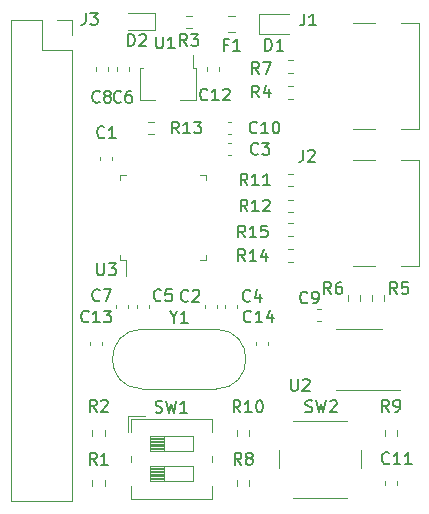
<source format=gto>
G04 #@! TF.GenerationSoftware,KiCad,Pcbnew,5.1.8+dfsg1-1~bpo10+1*
G04 #@! TF.CreationDate,2020-11-15T21:14:17+08:00*
G04 #@! TF.ProjectId,stm32-io-extend,73746d33-322d-4696-9f2d-657874656e64,rev?*
G04 #@! TF.SameCoordinates,Original*
G04 #@! TF.FileFunction,Legend,Top*
G04 #@! TF.FilePolarity,Positive*
%FSLAX46Y46*%
G04 Gerber Fmt 4.6, Leading zero omitted, Abs format (unit mm)*
G04 Created by KiCad (PCBNEW 5.1.8+dfsg1-1~bpo10+1) date 2020-11-15 21:14:17*
%MOMM*%
%LPD*%
G01*
G04 APERTURE LIST*
%ADD10C,0.120000*%
%ADD11C,0.150000*%
G04 APERTURE END LIST*
D10*
G04 #@! TO.C,C1*
X120110000Y-42740580D02*
X120110000Y-42459420D01*
X119090000Y-42740580D02*
X119090000Y-42459420D01*
G04 #@! TO.C,C2*
X127940000Y-54959420D02*
X127940000Y-55240580D01*
X128960000Y-54959420D02*
X128960000Y-55240580D01*
G04 #@! TO.C,C3*
X129884420Y-42310000D02*
X130165580Y-42310000D01*
X129884420Y-41290000D02*
X130165580Y-41290000D01*
G04 #@! TO.C,C4*
X130710000Y-54959420D02*
X130710000Y-55240580D01*
X129690000Y-54959420D02*
X129690000Y-55240580D01*
G04 #@! TO.C,C5*
X122190000Y-55240580D02*
X122190000Y-54959420D01*
X123210000Y-55240580D02*
X123210000Y-54959420D01*
G04 #@! TO.C,C6*
X120490000Y-34859420D02*
X120490000Y-35140580D01*
X121510000Y-34859420D02*
X121510000Y-35140580D01*
G04 #@! TO.C,C7*
X121460000Y-55240580D02*
X121460000Y-54959420D01*
X120440000Y-55240580D02*
X120440000Y-54959420D01*
G04 #@! TO.C,C8*
X119710000Y-34859420D02*
X119710000Y-35140580D01*
X118690000Y-34859420D02*
X118690000Y-35140580D01*
G04 #@! TO.C,C9*
X137740580Y-56310000D02*
X137459420Y-56310000D01*
X137740580Y-55290000D02*
X137459420Y-55290000D01*
G04 #@! TO.C,C10*
X129884420Y-39490000D02*
X130165580Y-39490000D01*
X129884420Y-40510000D02*
X130165580Y-40510000D01*
G04 #@! TO.C,C11*
X143190000Y-69909420D02*
X143190000Y-70190580D01*
X144210000Y-69909420D02*
X144210000Y-70190580D01*
G04 #@! TO.C,C12*
X129110000Y-34859420D02*
X129110000Y-35140580D01*
X128090000Y-34859420D02*
X128090000Y-35140580D01*
G04 #@! TO.C,C13*
X119260000Y-58390580D02*
X119260000Y-58109420D01*
X118240000Y-58390580D02*
X118240000Y-58109420D01*
G04 #@! TO.C,C14*
X132240000Y-58390580D02*
X132240000Y-58109420D01*
X133260000Y-58390580D02*
X133260000Y-58109420D01*
G04 #@! TO.C,D1*
X132500000Y-30350000D02*
X135050000Y-30350000D01*
X132500000Y-32050000D02*
X135050000Y-32050000D01*
X132500000Y-30350000D02*
X132500000Y-32050000D01*
G04 #@! TO.C,D2*
X123685000Y-30265000D02*
X121400000Y-30265000D01*
X123685000Y-31735000D02*
X123685000Y-30265000D01*
X121400000Y-31735000D02*
X123685000Y-31735000D01*
G04 #@! TO.C,F1*
X129941422Y-31910000D02*
X130458578Y-31910000D01*
X129941422Y-30490000D02*
X130458578Y-30490000D01*
G04 #@! TO.C,J1*
X140530000Y-40070000D02*
X142330000Y-40070000D01*
X146040000Y-40070000D02*
X144580000Y-40070000D01*
X146040000Y-31130000D02*
X144580000Y-31130000D01*
X140530000Y-31130000D02*
X142330000Y-31130000D01*
X146040000Y-31130000D02*
X146040000Y-40070000D01*
G04 #@! TO.C,J2*
X146040000Y-42730000D02*
X146040000Y-51670000D01*
X140530000Y-42730000D02*
X142330000Y-42730000D01*
X146040000Y-42730000D02*
X144580000Y-42730000D01*
X146040000Y-51670000D02*
X144580000Y-51670000D01*
X140530000Y-51670000D02*
X142330000Y-51670000D01*
G04 #@! TO.C,J3*
X115400000Y-30820000D02*
X116730000Y-30820000D01*
X116730000Y-30820000D02*
X116730000Y-32150000D01*
X114130000Y-30820000D02*
X114130000Y-33420000D01*
X114130000Y-33420000D02*
X116730000Y-33420000D01*
X116730000Y-33420000D02*
X116730000Y-71580000D01*
X111530000Y-71580000D02*
X116730000Y-71580000D01*
X111530000Y-30820000D02*
X111530000Y-71580000D01*
X111530000Y-30820000D02*
X114130000Y-30820000D01*
G04 #@! TO.C,R1*
X118427500Y-70287258D02*
X118427500Y-69812742D01*
X119472500Y-70287258D02*
X119472500Y-69812742D01*
G04 #@! TO.C,R2*
X119472500Y-66037258D02*
X119472500Y-65562742D01*
X118427500Y-66037258D02*
X118427500Y-65562742D01*
G04 #@! TO.C,R3*
X126837258Y-30477500D02*
X126362742Y-30477500D01*
X126837258Y-31522500D02*
X126362742Y-31522500D01*
G04 #@! TO.C,R4*
X134962742Y-37522500D02*
X135437258Y-37522500D01*
X134962742Y-36477500D02*
X135437258Y-36477500D01*
G04 #@! TO.C,R5*
X142077500Y-54637258D02*
X142077500Y-54162742D01*
X143122500Y-54637258D02*
X143122500Y-54162742D01*
G04 #@! TO.C,R6*
X141122500Y-54637258D02*
X141122500Y-54162742D01*
X140077500Y-54637258D02*
X140077500Y-54162742D01*
G04 #@! TO.C,R7*
X134962742Y-34277500D02*
X135437258Y-34277500D01*
X134962742Y-35322500D02*
X135437258Y-35322500D01*
G04 #@! TO.C,R8*
X131722500Y-70287258D02*
X131722500Y-69812742D01*
X130677500Y-70287258D02*
X130677500Y-69812742D01*
G04 #@! TO.C,R9*
X143177500Y-65562742D02*
X143177500Y-66037258D01*
X144222500Y-65562742D02*
X144222500Y-66037258D01*
G04 #@! TO.C,R10*
X131722500Y-65562742D02*
X131722500Y-66037258D01*
X130677500Y-65562742D02*
X130677500Y-66037258D01*
G04 #@! TO.C,R11*
X135437258Y-43877500D02*
X134962742Y-43877500D01*
X135437258Y-44922500D02*
X134962742Y-44922500D01*
G04 #@! TO.C,R12*
X134962742Y-46077500D02*
X135437258Y-46077500D01*
X134962742Y-47122500D02*
X135437258Y-47122500D01*
G04 #@! TO.C,R13*
X123637258Y-40522500D02*
X123162742Y-40522500D01*
X123637258Y-39477500D02*
X123162742Y-39477500D01*
G04 #@! TO.C,R14*
X135437258Y-51322500D02*
X134962742Y-51322500D01*
X135437258Y-50277500D02*
X134962742Y-50277500D01*
G04 #@! TO.C,R15*
X134962742Y-49122500D02*
X135437258Y-49122500D01*
X134962742Y-48077500D02*
X135437258Y-48077500D01*
G04 #@! TO.C,SW1*
X124506667Y-68655000D02*
X124506667Y-69925000D01*
X123300000Y-69855000D02*
X124506667Y-69855000D01*
X123300000Y-69735000D02*
X124506667Y-69735000D01*
X123300000Y-69615000D02*
X124506667Y-69615000D01*
X123300000Y-69495000D02*
X124506667Y-69495000D01*
X123300000Y-69375000D02*
X124506667Y-69375000D01*
X123300000Y-69255000D02*
X124506667Y-69255000D01*
X123300000Y-69135000D02*
X124506667Y-69135000D01*
X123300000Y-69015000D02*
X124506667Y-69015000D01*
X123300000Y-68895000D02*
X124506667Y-68895000D01*
X123300000Y-68775000D02*
X124506667Y-68775000D01*
X126920000Y-68655000D02*
X123300000Y-68655000D01*
X126920000Y-69925000D02*
X126920000Y-68655000D01*
X123300000Y-69925000D02*
X126920000Y-69925000D01*
X123300000Y-68655000D02*
X123300000Y-69925000D01*
X124506667Y-66115000D02*
X124506667Y-67385000D01*
X123300000Y-67315000D02*
X124506667Y-67315000D01*
X123300000Y-67195000D02*
X124506667Y-67195000D01*
X123300000Y-67075000D02*
X124506667Y-67075000D01*
X123300000Y-66955000D02*
X124506667Y-66955000D01*
X123300000Y-66835000D02*
X124506667Y-66835000D01*
X123300000Y-66715000D02*
X124506667Y-66715000D01*
X123300000Y-66595000D02*
X124506667Y-66595000D01*
X123300000Y-66475000D02*
X124506667Y-66475000D01*
X123300000Y-66355000D02*
X124506667Y-66355000D01*
X123300000Y-66235000D02*
X124506667Y-66235000D01*
X126920000Y-66115000D02*
X123300000Y-66115000D01*
X126920000Y-67385000D02*
X126920000Y-66115000D01*
X123300000Y-67385000D02*
X126920000Y-67385000D01*
X123300000Y-66115000D02*
X123300000Y-67385000D01*
X121460000Y-64400000D02*
X121460000Y-65710000D01*
X121460000Y-64400000D02*
X122843000Y-64400000D01*
X128521000Y-67740000D02*
X128521000Y-68301000D01*
X128521000Y-64640000D02*
X128521000Y-65760000D01*
X128521000Y-70280000D02*
X128521000Y-71400000D01*
X121700000Y-70280000D02*
X121700000Y-71400000D01*
X121700000Y-67790000D02*
X121700000Y-68301000D01*
X121700000Y-64640000D02*
X121700000Y-65710000D01*
X121700000Y-71400000D02*
X128521000Y-71400000D01*
X121700000Y-64640000D02*
X128521000Y-64640000D01*
G04 #@! TO.C,SW2*
X141200000Y-68800000D02*
X141200000Y-67300000D01*
X139950000Y-64800000D02*
X135450000Y-64800000D01*
X134200000Y-67300000D02*
X134200000Y-68800000D01*
X135450000Y-71300000D02*
X139950000Y-71300000D01*
G04 #@! TO.C,U1*
X122440000Y-34940000D02*
X122670000Y-34940000D01*
X127160000Y-34940000D02*
X126930000Y-34940000D01*
X127160000Y-34940000D02*
X127160000Y-37660000D01*
X127160000Y-37660000D02*
X125850000Y-37660000D01*
X126930000Y-33800000D02*
X126930000Y-34940000D01*
X122440000Y-37660000D02*
X122440000Y-34940000D01*
X123750000Y-37660000D02*
X122440000Y-37660000D01*
G04 #@! TO.C,U2*
X141000000Y-62160000D02*
X144450000Y-62160000D01*
X141000000Y-62160000D02*
X139050000Y-62160000D01*
X141000000Y-57040000D02*
X142950000Y-57040000D01*
X141000000Y-57040000D02*
X139050000Y-57040000D01*
G04 #@! TO.C,U3*
X121240000Y-51210000D02*
X121240000Y-52500000D01*
X120790000Y-51210000D02*
X121240000Y-51210000D01*
X120790000Y-50760000D02*
X120790000Y-51210000D01*
X120790000Y-43990000D02*
X121240000Y-43990000D01*
X120790000Y-44440000D02*
X120790000Y-43990000D01*
X128010000Y-51210000D02*
X127560000Y-51210000D01*
X128010000Y-50760000D02*
X128010000Y-51210000D01*
X128010000Y-43990000D02*
X127560000Y-43990000D01*
X128010000Y-44440000D02*
X128010000Y-43990000D01*
G04 #@! TO.C,Y1*
X122645000Y-62085000D02*
X128895000Y-62085000D01*
X122645000Y-57035000D02*
X128895000Y-57035000D01*
X122645000Y-62085000D02*
G75*
G02*
X122645000Y-57035000I0J2525000D01*
G01*
X128895000Y-62085000D02*
G75*
G03*
X128895000Y-57035000I0J2525000D01*
G01*
G04 #@! TO.C,C1*
D11*
X119433333Y-40757142D02*
X119385714Y-40804761D01*
X119242857Y-40852380D01*
X119147619Y-40852380D01*
X119004761Y-40804761D01*
X118909523Y-40709523D01*
X118861904Y-40614285D01*
X118814285Y-40423809D01*
X118814285Y-40280952D01*
X118861904Y-40090476D01*
X118909523Y-39995238D01*
X119004761Y-39900000D01*
X119147619Y-39852380D01*
X119242857Y-39852380D01*
X119385714Y-39900000D01*
X119433333Y-39947619D01*
X120385714Y-40852380D02*
X119814285Y-40852380D01*
X120100000Y-40852380D02*
X120100000Y-39852380D01*
X120004761Y-39995238D01*
X119909523Y-40090476D01*
X119814285Y-40138095D01*
G04 #@! TO.C,C2*
X126533333Y-54607142D02*
X126485714Y-54654761D01*
X126342857Y-54702380D01*
X126247619Y-54702380D01*
X126104761Y-54654761D01*
X126009523Y-54559523D01*
X125961904Y-54464285D01*
X125914285Y-54273809D01*
X125914285Y-54130952D01*
X125961904Y-53940476D01*
X126009523Y-53845238D01*
X126104761Y-53750000D01*
X126247619Y-53702380D01*
X126342857Y-53702380D01*
X126485714Y-53750000D01*
X126533333Y-53797619D01*
X126914285Y-53797619D02*
X126961904Y-53750000D01*
X127057142Y-53702380D01*
X127295238Y-53702380D01*
X127390476Y-53750000D01*
X127438095Y-53797619D01*
X127485714Y-53892857D01*
X127485714Y-53988095D01*
X127438095Y-54130952D01*
X126866666Y-54702380D01*
X127485714Y-54702380D01*
G04 #@! TO.C,C3*
X132458333Y-42157142D02*
X132410714Y-42204761D01*
X132267857Y-42252380D01*
X132172619Y-42252380D01*
X132029761Y-42204761D01*
X131934523Y-42109523D01*
X131886904Y-42014285D01*
X131839285Y-41823809D01*
X131839285Y-41680952D01*
X131886904Y-41490476D01*
X131934523Y-41395238D01*
X132029761Y-41300000D01*
X132172619Y-41252380D01*
X132267857Y-41252380D01*
X132410714Y-41300000D01*
X132458333Y-41347619D01*
X132791666Y-41252380D02*
X133410714Y-41252380D01*
X133077380Y-41633333D01*
X133220238Y-41633333D01*
X133315476Y-41680952D01*
X133363095Y-41728571D01*
X133410714Y-41823809D01*
X133410714Y-42061904D01*
X133363095Y-42157142D01*
X133315476Y-42204761D01*
X133220238Y-42252380D01*
X132934523Y-42252380D01*
X132839285Y-42204761D01*
X132791666Y-42157142D01*
G04 #@! TO.C,C4*
X131783333Y-54607142D02*
X131735714Y-54654761D01*
X131592857Y-54702380D01*
X131497619Y-54702380D01*
X131354761Y-54654761D01*
X131259523Y-54559523D01*
X131211904Y-54464285D01*
X131164285Y-54273809D01*
X131164285Y-54130952D01*
X131211904Y-53940476D01*
X131259523Y-53845238D01*
X131354761Y-53750000D01*
X131497619Y-53702380D01*
X131592857Y-53702380D01*
X131735714Y-53750000D01*
X131783333Y-53797619D01*
X132640476Y-54035714D02*
X132640476Y-54702380D01*
X132402380Y-53654761D02*
X132164285Y-54369047D01*
X132783333Y-54369047D01*
G04 #@! TO.C,C5*
X124233333Y-54557142D02*
X124185714Y-54604761D01*
X124042857Y-54652380D01*
X123947619Y-54652380D01*
X123804761Y-54604761D01*
X123709523Y-54509523D01*
X123661904Y-54414285D01*
X123614285Y-54223809D01*
X123614285Y-54080952D01*
X123661904Y-53890476D01*
X123709523Y-53795238D01*
X123804761Y-53700000D01*
X123947619Y-53652380D01*
X124042857Y-53652380D01*
X124185714Y-53700000D01*
X124233333Y-53747619D01*
X125138095Y-53652380D02*
X124661904Y-53652380D01*
X124614285Y-54128571D01*
X124661904Y-54080952D01*
X124757142Y-54033333D01*
X124995238Y-54033333D01*
X125090476Y-54080952D01*
X125138095Y-54128571D01*
X125185714Y-54223809D01*
X125185714Y-54461904D01*
X125138095Y-54557142D01*
X125090476Y-54604761D01*
X124995238Y-54652380D01*
X124757142Y-54652380D01*
X124661904Y-54604761D01*
X124614285Y-54557142D01*
G04 #@! TO.C,C6*
X120833333Y-37757142D02*
X120785714Y-37804761D01*
X120642857Y-37852380D01*
X120547619Y-37852380D01*
X120404761Y-37804761D01*
X120309523Y-37709523D01*
X120261904Y-37614285D01*
X120214285Y-37423809D01*
X120214285Y-37280952D01*
X120261904Y-37090476D01*
X120309523Y-36995238D01*
X120404761Y-36900000D01*
X120547619Y-36852380D01*
X120642857Y-36852380D01*
X120785714Y-36900000D01*
X120833333Y-36947619D01*
X121690476Y-36852380D02*
X121500000Y-36852380D01*
X121404761Y-36900000D01*
X121357142Y-36947619D01*
X121261904Y-37090476D01*
X121214285Y-37280952D01*
X121214285Y-37661904D01*
X121261904Y-37757142D01*
X121309523Y-37804761D01*
X121404761Y-37852380D01*
X121595238Y-37852380D01*
X121690476Y-37804761D01*
X121738095Y-37757142D01*
X121785714Y-37661904D01*
X121785714Y-37423809D01*
X121738095Y-37328571D01*
X121690476Y-37280952D01*
X121595238Y-37233333D01*
X121404761Y-37233333D01*
X121309523Y-37280952D01*
X121261904Y-37328571D01*
X121214285Y-37423809D01*
G04 #@! TO.C,C7*
X119033333Y-54557142D02*
X118985714Y-54604761D01*
X118842857Y-54652380D01*
X118747619Y-54652380D01*
X118604761Y-54604761D01*
X118509523Y-54509523D01*
X118461904Y-54414285D01*
X118414285Y-54223809D01*
X118414285Y-54080952D01*
X118461904Y-53890476D01*
X118509523Y-53795238D01*
X118604761Y-53700000D01*
X118747619Y-53652380D01*
X118842857Y-53652380D01*
X118985714Y-53700000D01*
X119033333Y-53747619D01*
X119366666Y-53652380D02*
X120033333Y-53652380D01*
X119604761Y-54652380D01*
G04 #@! TO.C,C8*
X119033333Y-37757142D02*
X118985714Y-37804761D01*
X118842857Y-37852380D01*
X118747619Y-37852380D01*
X118604761Y-37804761D01*
X118509523Y-37709523D01*
X118461904Y-37614285D01*
X118414285Y-37423809D01*
X118414285Y-37280952D01*
X118461904Y-37090476D01*
X118509523Y-36995238D01*
X118604761Y-36900000D01*
X118747619Y-36852380D01*
X118842857Y-36852380D01*
X118985714Y-36900000D01*
X119033333Y-36947619D01*
X119604761Y-37280952D02*
X119509523Y-37233333D01*
X119461904Y-37185714D01*
X119414285Y-37090476D01*
X119414285Y-37042857D01*
X119461904Y-36947619D01*
X119509523Y-36900000D01*
X119604761Y-36852380D01*
X119795238Y-36852380D01*
X119890476Y-36900000D01*
X119938095Y-36947619D01*
X119985714Y-37042857D01*
X119985714Y-37090476D01*
X119938095Y-37185714D01*
X119890476Y-37233333D01*
X119795238Y-37280952D01*
X119604761Y-37280952D01*
X119509523Y-37328571D01*
X119461904Y-37376190D01*
X119414285Y-37471428D01*
X119414285Y-37661904D01*
X119461904Y-37757142D01*
X119509523Y-37804761D01*
X119604761Y-37852380D01*
X119795238Y-37852380D01*
X119890476Y-37804761D01*
X119938095Y-37757142D01*
X119985714Y-37661904D01*
X119985714Y-37471428D01*
X119938095Y-37376190D01*
X119890476Y-37328571D01*
X119795238Y-37280952D01*
G04 #@! TO.C,C9*
X136633333Y-54757142D02*
X136585714Y-54804761D01*
X136442857Y-54852380D01*
X136347619Y-54852380D01*
X136204761Y-54804761D01*
X136109523Y-54709523D01*
X136061904Y-54614285D01*
X136014285Y-54423809D01*
X136014285Y-54280952D01*
X136061904Y-54090476D01*
X136109523Y-53995238D01*
X136204761Y-53900000D01*
X136347619Y-53852380D01*
X136442857Y-53852380D01*
X136585714Y-53900000D01*
X136633333Y-53947619D01*
X137109523Y-54852380D02*
X137300000Y-54852380D01*
X137395238Y-54804761D01*
X137442857Y-54757142D01*
X137538095Y-54614285D01*
X137585714Y-54423809D01*
X137585714Y-54042857D01*
X137538095Y-53947619D01*
X137490476Y-53900000D01*
X137395238Y-53852380D01*
X137204761Y-53852380D01*
X137109523Y-53900000D01*
X137061904Y-53947619D01*
X137014285Y-54042857D01*
X137014285Y-54280952D01*
X137061904Y-54376190D01*
X137109523Y-54423809D01*
X137204761Y-54471428D01*
X137395238Y-54471428D01*
X137490476Y-54423809D01*
X137538095Y-54376190D01*
X137585714Y-54280952D01*
G04 #@! TO.C,C10*
X132357142Y-40357142D02*
X132309523Y-40404761D01*
X132166666Y-40452380D01*
X132071428Y-40452380D01*
X131928571Y-40404761D01*
X131833333Y-40309523D01*
X131785714Y-40214285D01*
X131738095Y-40023809D01*
X131738095Y-39880952D01*
X131785714Y-39690476D01*
X131833333Y-39595238D01*
X131928571Y-39500000D01*
X132071428Y-39452380D01*
X132166666Y-39452380D01*
X132309523Y-39500000D01*
X132357142Y-39547619D01*
X133309523Y-40452380D02*
X132738095Y-40452380D01*
X133023809Y-40452380D02*
X133023809Y-39452380D01*
X132928571Y-39595238D01*
X132833333Y-39690476D01*
X132738095Y-39738095D01*
X133928571Y-39452380D02*
X134023809Y-39452380D01*
X134119047Y-39500000D01*
X134166666Y-39547619D01*
X134214285Y-39642857D01*
X134261904Y-39833333D01*
X134261904Y-40071428D01*
X134214285Y-40261904D01*
X134166666Y-40357142D01*
X134119047Y-40404761D01*
X134023809Y-40452380D01*
X133928571Y-40452380D01*
X133833333Y-40404761D01*
X133785714Y-40357142D01*
X133738095Y-40261904D01*
X133690476Y-40071428D01*
X133690476Y-39833333D01*
X133738095Y-39642857D01*
X133785714Y-39547619D01*
X133833333Y-39500000D01*
X133928571Y-39452380D01*
G04 #@! TO.C,C11*
X143557142Y-68357142D02*
X143509523Y-68404761D01*
X143366666Y-68452380D01*
X143271428Y-68452380D01*
X143128571Y-68404761D01*
X143033333Y-68309523D01*
X142985714Y-68214285D01*
X142938095Y-68023809D01*
X142938095Y-67880952D01*
X142985714Y-67690476D01*
X143033333Y-67595238D01*
X143128571Y-67500000D01*
X143271428Y-67452380D01*
X143366666Y-67452380D01*
X143509523Y-67500000D01*
X143557142Y-67547619D01*
X144509523Y-68452380D02*
X143938095Y-68452380D01*
X144223809Y-68452380D02*
X144223809Y-67452380D01*
X144128571Y-67595238D01*
X144033333Y-67690476D01*
X143938095Y-67738095D01*
X145461904Y-68452380D02*
X144890476Y-68452380D01*
X145176190Y-68452380D02*
X145176190Y-67452380D01*
X145080952Y-67595238D01*
X144985714Y-67690476D01*
X144890476Y-67738095D01*
G04 #@! TO.C,C12*
X128157142Y-37557142D02*
X128109523Y-37604761D01*
X127966666Y-37652380D01*
X127871428Y-37652380D01*
X127728571Y-37604761D01*
X127633333Y-37509523D01*
X127585714Y-37414285D01*
X127538095Y-37223809D01*
X127538095Y-37080952D01*
X127585714Y-36890476D01*
X127633333Y-36795238D01*
X127728571Y-36700000D01*
X127871428Y-36652380D01*
X127966666Y-36652380D01*
X128109523Y-36700000D01*
X128157142Y-36747619D01*
X129109523Y-37652380D02*
X128538095Y-37652380D01*
X128823809Y-37652380D02*
X128823809Y-36652380D01*
X128728571Y-36795238D01*
X128633333Y-36890476D01*
X128538095Y-36938095D01*
X129490476Y-36747619D02*
X129538095Y-36700000D01*
X129633333Y-36652380D01*
X129871428Y-36652380D01*
X129966666Y-36700000D01*
X130014285Y-36747619D01*
X130061904Y-36842857D01*
X130061904Y-36938095D01*
X130014285Y-37080952D01*
X129442857Y-37652380D01*
X130061904Y-37652380D01*
G04 #@! TO.C,C13*
X118107142Y-56357142D02*
X118059523Y-56404761D01*
X117916666Y-56452380D01*
X117821428Y-56452380D01*
X117678571Y-56404761D01*
X117583333Y-56309523D01*
X117535714Y-56214285D01*
X117488095Y-56023809D01*
X117488095Y-55880952D01*
X117535714Y-55690476D01*
X117583333Y-55595238D01*
X117678571Y-55500000D01*
X117821428Y-55452380D01*
X117916666Y-55452380D01*
X118059523Y-55500000D01*
X118107142Y-55547619D01*
X119059523Y-56452380D02*
X118488095Y-56452380D01*
X118773809Y-56452380D02*
X118773809Y-55452380D01*
X118678571Y-55595238D01*
X118583333Y-55690476D01*
X118488095Y-55738095D01*
X119392857Y-55452380D02*
X120011904Y-55452380D01*
X119678571Y-55833333D01*
X119821428Y-55833333D01*
X119916666Y-55880952D01*
X119964285Y-55928571D01*
X120011904Y-56023809D01*
X120011904Y-56261904D01*
X119964285Y-56357142D01*
X119916666Y-56404761D01*
X119821428Y-56452380D01*
X119535714Y-56452380D01*
X119440476Y-56404761D01*
X119392857Y-56357142D01*
G04 #@! TO.C,C14*
X131857142Y-56357142D02*
X131809523Y-56404761D01*
X131666666Y-56452380D01*
X131571428Y-56452380D01*
X131428571Y-56404761D01*
X131333333Y-56309523D01*
X131285714Y-56214285D01*
X131238095Y-56023809D01*
X131238095Y-55880952D01*
X131285714Y-55690476D01*
X131333333Y-55595238D01*
X131428571Y-55500000D01*
X131571428Y-55452380D01*
X131666666Y-55452380D01*
X131809523Y-55500000D01*
X131857142Y-55547619D01*
X132809523Y-56452380D02*
X132238095Y-56452380D01*
X132523809Y-56452380D02*
X132523809Y-55452380D01*
X132428571Y-55595238D01*
X132333333Y-55690476D01*
X132238095Y-55738095D01*
X133666666Y-55785714D02*
X133666666Y-56452380D01*
X133428571Y-55404761D02*
X133190476Y-56119047D01*
X133809523Y-56119047D01*
G04 #@! TO.C,D1*
X133061904Y-33452380D02*
X133061904Y-32452380D01*
X133300000Y-32452380D01*
X133442857Y-32500000D01*
X133538095Y-32595238D01*
X133585714Y-32690476D01*
X133633333Y-32880952D01*
X133633333Y-33023809D01*
X133585714Y-33214285D01*
X133538095Y-33309523D01*
X133442857Y-33404761D01*
X133300000Y-33452380D01*
X133061904Y-33452380D01*
X134585714Y-33452380D02*
X134014285Y-33452380D01*
X134300000Y-33452380D02*
X134300000Y-32452380D01*
X134204761Y-32595238D01*
X134109523Y-32690476D01*
X134014285Y-32738095D01*
G04 #@! TO.C,D2*
X121461904Y-33052380D02*
X121461904Y-32052380D01*
X121700000Y-32052380D01*
X121842857Y-32100000D01*
X121938095Y-32195238D01*
X121985714Y-32290476D01*
X122033333Y-32480952D01*
X122033333Y-32623809D01*
X121985714Y-32814285D01*
X121938095Y-32909523D01*
X121842857Y-33004761D01*
X121700000Y-33052380D01*
X121461904Y-33052380D01*
X122414285Y-32147619D02*
X122461904Y-32100000D01*
X122557142Y-32052380D01*
X122795238Y-32052380D01*
X122890476Y-32100000D01*
X122938095Y-32147619D01*
X122985714Y-32242857D01*
X122985714Y-32338095D01*
X122938095Y-32480952D01*
X122366666Y-33052380D01*
X122985714Y-33052380D01*
G04 #@! TO.C,F1*
X129866666Y-32928571D02*
X129533333Y-32928571D01*
X129533333Y-33452380D02*
X129533333Y-32452380D01*
X130009523Y-32452380D01*
X130914285Y-33452380D02*
X130342857Y-33452380D01*
X130628571Y-33452380D02*
X130628571Y-32452380D01*
X130533333Y-32595238D01*
X130438095Y-32690476D01*
X130342857Y-32738095D01*
G04 #@! TO.C,J1*
X136366666Y-30302380D02*
X136366666Y-31016666D01*
X136319047Y-31159523D01*
X136223809Y-31254761D01*
X136080952Y-31302380D01*
X135985714Y-31302380D01*
X137366666Y-31302380D02*
X136795238Y-31302380D01*
X137080952Y-31302380D02*
X137080952Y-30302380D01*
X136985714Y-30445238D01*
X136890476Y-30540476D01*
X136795238Y-30588095D01*
G04 #@! TO.C,J2*
X136266666Y-41852380D02*
X136266666Y-42566666D01*
X136219047Y-42709523D01*
X136123809Y-42804761D01*
X135980952Y-42852380D01*
X135885714Y-42852380D01*
X136695238Y-41947619D02*
X136742857Y-41900000D01*
X136838095Y-41852380D01*
X137076190Y-41852380D01*
X137171428Y-41900000D01*
X137219047Y-41947619D01*
X137266666Y-42042857D01*
X137266666Y-42138095D01*
X137219047Y-42280952D01*
X136647619Y-42852380D01*
X137266666Y-42852380D01*
G04 #@! TO.C,J3*
X117866666Y-30252380D02*
X117866666Y-30966666D01*
X117819047Y-31109523D01*
X117723809Y-31204761D01*
X117580952Y-31252380D01*
X117485714Y-31252380D01*
X118247619Y-30252380D02*
X118866666Y-30252380D01*
X118533333Y-30633333D01*
X118676190Y-30633333D01*
X118771428Y-30680952D01*
X118819047Y-30728571D01*
X118866666Y-30823809D01*
X118866666Y-31061904D01*
X118819047Y-31157142D01*
X118771428Y-31204761D01*
X118676190Y-31252380D01*
X118390476Y-31252380D01*
X118295238Y-31204761D01*
X118247619Y-31157142D01*
G04 #@! TO.C,R1*
X118783333Y-68502380D02*
X118450000Y-68026190D01*
X118211904Y-68502380D02*
X118211904Y-67502380D01*
X118592857Y-67502380D01*
X118688095Y-67550000D01*
X118735714Y-67597619D01*
X118783333Y-67692857D01*
X118783333Y-67835714D01*
X118735714Y-67930952D01*
X118688095Y-67978571D01*
X118592857Y-68026190D01*
X118211904Y-68026190D01*
X119735714Y-68502380D02*
X119164285Y-68502380D01*
X119450000Y-68502380D02*
X119450000Y-67502380D01*
X119354761Y-67645238D01*
X119259523Y-67740476D01*
X119164285Y-67788095D01*
G04 #@! TO.C,R2*
X118783333Y-64002380D02*
X118450000Y-63526190D01*
X118211904Y-64002380D02*
X118211904Y-63002380D01*
X118592857Y-63002380D01*
X118688095Y-63050000D01*
X118735714Y-63097619D01*
X118783333Y-63192857D01*
X118783333Y-63335714D01*
X118735714Y-63430952D01*
X118688095Y-63478571D01*
X118592857Y-63526190D01*
X118211904Y-63526190D01*
X119164285Y-63097619D02*
X119211904Y-63050000D01*
X119307142Y-63002380D01*
X119545238Y-63002380D01*
X119640476Y-63050000D01*
X119688095Y-63097619D01*
X119735714Y-63192857D01*
X119735714Y-63288095D01*
X119688095Y-63430952D01*
X119116666Y-64002380D01*
X119735714Y-64002380D01*
G04 #@! TO.C,R3*
X126433333Y-33052380D02*
X126100000Y-32576190D01*
X125861904Y-33052380D02*
X125861904Y-32052380D01*
X126242857Y-32052380D01*
X126338095Y-32100000D01*
X126385714Y-32147619D01*
X126433333Y-32242857D01*
X126433333Y-32385714D01*
X126385714Y-32480952D01*
X126338095Y-32528571D01*
X126242857Y-32576190D01*
X125861904Y-32576190D01*
X126766666Y-32052380D02*
X127385714Y-32052380D01*
X127052380Y-32433333D01*
X127195238Y-32433333D01*
X127290476Y-32480952D01*
X127338095Y-32528571D01*
X127385714Y-32623809D01*
X127385714Y-32861904D01*
X127338095Y-32957142D01*
X127290476Y-33004761D01*
X127195238Y-33052380D01*
X126909523Y-33052380D01*
X126814285Y-33004761D01*
X126766666Y-32957142D01*
G04 #@! TO.C,R4*
X132533333Y-37402380D02*
X132200000Y-36926190D01*
X131961904Y-37402380D02*
X131961904Y-36402380D01*
X132342857Y-36402380D01*
X132438095Y-36450000D01*
X132485714Y-36497619D01*
X132533333Y-36592857D01*
X132533333Y-36735714D01*
X132485714Y-36830952D01*
X132438095Y-36878571D01*
X132342857Y-36926190D01*
X131961904Y-36926190D01*
X133390476Y-36735714D02*
X133390476Y-37402380D01*
X133152380Y-36354761D02*
X132914285Y-37069047D01*
X133533333Y-37069047D01*
G04 #@! TO.C,R5*
X144233333Y-54052380D02*
X143900000Y-53576190D01*
X143661904Y-54052380D02*
X143661904Y-53052380D01*
X144042857Y-53052380D01*
X144138095Y-53100000D01*
X144185714Y-53147619D01*
X144233333Y-53242857D01*
X144233333Y-53385714D01*
X144185714Y-53480952D01*
X144138095Y-53528571D01*
X144042857Y-53576190D01*
X143661904Y-53576190D01*
X145138095Y-53052380D02*
X144661904Y-53052380D01*
X144614285Y-53528571D01*
X144661904Y-53480952D01*
X144757142Y-53433333D01*
X144995238Y-53433333D01*
X145090476Y-53480952D01*
X145138095Y-53528571D01*
X145185714Y-53623809D01*
X145185714Y-53861904D01*
X145138095Y-53957142D01*
X145090476Y-54004761D01*
X144995238Y-54052380D01*
X144757142Y-54052380D01*
X144661904Y-54004761D01*
X144614285Y-53957142D01*
G04 #@! TO.C,R6*
X138633333Y-54052380D02*
X138300000Y-53576190D01*
X138061904Y-54052380D02*
X138061904Y-53052380D01*
X138442857Y-53052380D01*
X138538095Y-53100000D01*
X138585714Y-53147619D01*
X138633333Y-53242857D01*
X138633333Y-53385714D01*
X138585714Y-53480952D01*
X138538095Y-53528571D01*
X138442857Y-53576190D01*
X138061904Y-53576190D01*
X139490476Y-53052380D02*
X139300000Y-53052380D01*
X139204761Y-53100000D01*
X139157142Y-53147619D01*
X139061904Y-53290476D01*
X139014285Y-53480952D01*
X139014285Y-53861904D01*
X139061904Y-53957142D01*
X139109523Y-54004761D01*
X139204761Y-54052380D01*
X139395238Y-54052380D01*
X139490476Y-54004761D01*
X139538095Y-53957142D01*
X139585714Y-53861904D01*
X139585714Y-53623809D01*
X139538095Y-53528571D01*
X139490476Y-53480952D01*
X139395238Y-53433333D01*
X139204761Y-53433333D01*
X139109523Y-53480952D01*
X139061904Y-53528571D01*
X139014285Y-53623809D01*
G04 #@! TO.C,R7*
X132533333Y-35402380D02*
X132200000Y-34926190D01*
X131961904Y-35402380D02*
X131961904Y-34402380D01*
X132342857Y-34402380D01*
X132438095Y-34450000D01*
X132485714Y-34497619D01*
X132533333Y-34592857D01*
X132533333Y-34735714D01*
X132485714Y-34830952D01*
X132438095Y-34878571D01*
X132342857Y-34926190D01*
X131961904Y-34926190D01*
X132866666Y-34402380D02*
X133533333Y-34402380D01*
X133104761Y-35402380D01*
G04 #@! TO.C,R8*
X131033333Y-68502380D02*
X130700000Y-68026190D01*
X130461904Y-68502380D02*
X130461904Y-67502380D01*
X130842857Y-67502380D01*
X130938095Y-67550000D01*
X130985714Y-67597619D01*
X131033333Y-67692857D01*
X131033333Y-67835714D01*
X130985714Y-67930952D01*
X130938095Y-67978571D01*
X130842857Y-68026190D01*
X130461904Y-68026190D01*
X131604761Y-67930952D02*
X131509523Y-67883333D01*
X131461904Y-67835714D01*
X131414285Y-67740476D01*
X131414285Y-67692857D01*
X131461904Y-67597619D01*
X131509523Y-67550000D01*
X131604761Y-67502380D01*
X131795238Y-67502380D01*
X131890476Y-67550000D01*
X131938095Y-67597619D01*
X131985714Y-67692857D01*
X131985714Y-67740476D01*
X131938095Y-67835714D01*
X131890476Y-67883333D01*
X131795238Y-67930952D01*
X131604761Y-67930952D01*
X131509523Y-67978571D01*
X131461904Y-68026190D01*
X131414285Y-68121428D01*
X131414285Y-68311904D01*
X131461904Y-68407142D01*
X131509523Y-68454761D01*
X131604761Y-68502380D01*
X131795238Y-68502380D01*
X131890476Y-68454761D01*
X131938095Y-68407142D01*
X131985714Y-68311904D01*
X131985714Y-68121428D01*
X131938095Y-68026190D01*
X131890476Y-67978571D01*
X131795238Y-67930952D01*
G04 #@! TO.C,R9*
X143533333Y-64002380D02*
X143200000Y-63526190D01*
X142961904Y-64002380D02*
X142961904Y-63002380D01*
X143342857Y-63002380D01*
X143438095Y-63050000D01*
X143485714Y-63097619D01*
X143533333Y-63192857D01*
X143533333Y-63335714D01*
X143485714Y-63430952D01*
X143438095Y-63478571D01*
X143342857Y-63526190D01*
X142961904Y-63526190D01*
X144009523Y-64002380D02*
X144200000Y-64002380D01*
X144295238Y-63954761D01*
X144342857Y-63907142D01*
X144438095Y-63764285D01*
X144485714Y-63573809D01*
X144485714Y-63192857D01*
X144438095Y-63097619D01*
X144390476Y-63050000D01*
X144295238Y-63002380D01*
X144104761Y-63002380D01*
X144009523Y-63050000D01*
X143961904Y-63097619D01*
X143914285Y-63192857D01*
X143914285Y-63430952D01*
X143961904Y-63526190D01*
X144009523Y-63573809D01*
X144104761Y-63621428D01*
X144295238Y-63621428D01*
X144390476Y-63573809D01*
X144438095Y-63526190D01*
X144485714Y-63430952D01*
G04 #@! TO.C,R10*
X130957142Y-64052380D02*
X130623809Y-63576190D01*
X130385714Y-64052380D02*
X130385714Y-63052380D01*
X130766666Y-63052380D01*
X130861904Y-63100000D01*
X130909523Y-63147619D01*
X130957142Y-63242857D01*
X130957142Y-63385714D01*
X130909523Y-63480952D01*
X130861904Y-63528571D01*
X130766666Y-63576190D01*
X130385714Y-63576190D01*
X131909523Y-64052380D02*
X131338095Y-64052380D01*
X131623809Y-64052380D02*
X131623809Y-63052380D01*
X131528571Y-63195238D01*
X131433333Y-63290476D01*
X131338095Y-63338095D01*
X132528571Y-63052380D02*
X132623809Y-63052380D01*
X132719047Y-63100000D01*
X132766666Y-63147619D01*
X132814285Y-63242857D01*
X132861904Y-63433333D01*
X132861904Y-63671428D01*
X132814285Y-63861904D01*
X132766666Y-63957142D01*
X132719047Y-64004761D01*
X132623809Y-64052380D01*
X132528571Y-64052380D01*
X132433333Y-64004761D01*
X132385714Y-63957142D01*
X132338095Y-63861904D01*
X132290476Y-63671428D01*
X132290476Y-63433333D01*
X132338095Y-63242857D01*
X132385714Y-63147619D01*
X132433333Y-63100000D01*
X132528571Y-63052380D01*
G04 #@! TO.C,R11*
X131557142Y-44852380D02*
X131223809Y-44376190D01*
X130985714Y-44852380D02*
X130985714Y-43852380D01*
X131366666Y-43852380D01*
X131461904Y-43900000D01*
X131509523Y-43947619D01*
X131557142Y-44042857D01*
X131557142Y-44185714D01*
X131509523Y-44280952D01*
X131461904Y-44328571D01*
X131366666Y-44376190D01*
X130985714Y-44376190D01*
X132509523Y-44852380D02*
X131938095Y-44852380D01*
X132223809Y-44852380D02*
X132223809Y-43852380D01*
X132128571Y-43995238D01*
X132033333Y-44090476D01*
X131938095Y-44138095D01*
X133461904Y-44852380D02*
X132890476Y-44852380D01*
X133176190Y-44852380D02*
X133176190Y-43852380D01*
X133080952Y-43995238D01*
X132985714Y-44090476D01*
X132890476Y-44138095D01*
G04 #@! TO.C,R12*
X131557142Y-47052380D02*
X131223809Y-46576190D01*
X130985714Y-47052380D02*
X130985714Y-46052380D01*
X131366666Y-46052380D01*
X131461904Y-46100000D01*
X131509523Y-46147619D01*
X131557142Y-46242857D01*
X131557142Y-46385714D01*
X131509523Y-46480952D01*
X131461904Y-46528571D01*
X131366666Y-46576190D01*
X130985714Y-46576190D01*
X132509523Y-47052380D02*
X131938095Y-47052380D01*
X132223809Y-47052380D02*
X132223809Y-46052380D01*
X132128571Y-46195238D01*
X132033333Y-46290476D01*
X131938095Y-46338095D01*
X132890476Y-46147619D02*
X132938095Y-46100000D01*
X133033333Y-46052380D01*
X133271428Y-46052380D01*
X133366666Y-46100000D01*
X133414285Y-46147619D01*
X133461904Y-46242857D01*
X133461904Y-46338095D01*
X133414285Y-46480952D01*
X132842857Y-47052380D01*
X133461904Y-47052380D01*
G04 #@! TO.C,R13*
X125757142Y-40452380D02*
X125423809Y-39976190D01*
X125185714Y-40452380D02*
X125185714Y-39452380D01*
X125566666Y-39452380D01*
X125661904Y-39500000D01*
X125709523Y-39547619D01*
X125757142Y-39642857D01*
X125757142Y-39785714D01*
X125709523Y-39880952D01*
X125661904Y-39928571D01*
X125566666Y-39976190D01*
X125185714Y-39976190D01*
X126709523Y-40452380D02*
X126138095Y-40452380D01*
X126423809Y-40452380D02*
X126423809Y-39452380D01*
X126328571Y-39595238D01*
X126233333Y-39690476D01*
X126138095Y-39738095D01*
X127042857Y-39452380D02*
X127661904Y-39452380D01*
X127328571Y-39833333D01*
X127471428Y-39833333D01*
X127566666Y-39880952D01*
X127614285Y-39928571D01*
X127661904Y-40023809D01*
X127661904Y-40261904D01*
X127614285Y-40357142D01*
X127566666Y-40404761D01*
X127471428Y-40452380D01*
X127185714Y-40452380D01*
X127090476Y-40404761D01*
X127042857Y-40357142D01*
G04 #@! TO.C,R14*
X131357142Y-51252380D02*
X131023809Y-50776190D01*
X130785714Y-51252380D02*
X130785714Y-50252380D01*
X131166666Y-50252380D01*
X131261904Y-50300000D01*
X131309523Y-50347619D01*
X131357142Y-50442857D01*
X131357142Y-50585714D01*
X131309523Y-50680952D01*
X131261904Y-50728571D01*
X131166666Y-50776190D01*
X130785714Y-50776190D01*
X132309523Y-51252380D02*
X131738095Y-51252380D01*
X132023809Y-51252380D02*
X132023809Y-50252380D01*
X131928571Y-50395238D01*
X131833333Y-50490476D01*
X131738095Y-50538095D01*
X133166666Y-50585714D02*
X133166666Y-51252380D01*
X132928571Y-50204761D02*
X132690476Y-50919047D01*
X133309523Y-50919047D01*
G04 #@! TO.C,R15*
X131357142Y-49252380D02*
X131023809Y-48776190D01*
X130785714Y-49252380D02*
X130785714Y-48252380D01*
X131166666Y-48252380D01*
X131261904Y-48300000D01*
X131309523Y-48347619D01*
X131357142Y-48442857D01*
X131357142Y-48585714D01*
X131309523Y-48680952D01*
X131261904Y-48728571D01*
X131166666Y-48776190D01*
X130785714Y-48776190D01*
X132309523Y-49252380D02*
X131738095Y-49252380D01*
X132023809Y-49252380D02*
X132023809Y-48252380D01*
X131928571Y-48395238D01*
X131833333Y-48490476D01*
X131738095Y-48538095D01*
X133214285Y-48252380D02*
X132738095Y-48252380D01*
X132690476Y-48728571D01*
X132738095Y-48680952D01*
X132833333Y-48633333D01*
X133071428Y-48633333D01*
X133166666Y-48680952D01*
X133214285Y-48728571D01*
X133261904Y-48823809D01*
X133261904Y-49061904D01*
X133214285Y-49157142D01*
X133166666Y-49204761D01*
X133071428Y-49252380D01*
X132833333Y-49252380D01*
X132738095Y-49204761D01*
X132690476Y-49157142D01*
G04 #@! TO.C,SW1*
X123776666Y-64044761D02*
X123919523Y-64092380D01*
X124157619Y-64092380D01*
X124252857Y-64044761D01*
X124300476Y-63997142D01*
X124348095Y-63901904D01*
X124348095Y-63806666D01*
X124300476Y-63711428D01*
X124252857Y-63663809D01*
X124157619Y-63616190D01*
X123967142Y-63568571D01*
X123871904Y-63520952D01*
X123824285Y-63473333D01*
X123776666Y-63378095D01*
X123776666Y-63282857D01*
X123824285Y-63187619D01*
X123871904Y-63140000D01*
X123967142Y-63092380D01*
X124205238Y-63092380D01*
X124348095Y-63140000D01*
X124681428Y-63092380D02*
X124919523Y-64092380D01*
X125110000Y-63378095D01*
X125300476Y-64092380D01*
X125538571Y-63092380D01*
X126443333Y-64092380D02*
X125871904Y-64092380D01*
X126157619Y-64092380D02*
X126157619Y-63092380D01*
X126062380Y-63235238D01*
X125967142Y-63330476D01*
X125871904Y-63378095D01*
G04 #@! TO.C,SW2*
X136466666Y-64004761D02*
X136609523Y-64052380D01*
X136847619Y-64052380D01*
X136942857Y-64004761D01*
X136990476Y-63957142D01*
X137038095Y-63861904D01*
X137038095Y-63766666D01*
X136990476Y-63671428D01*
X136942857Y-63623809D01*
X136847619Y-63576190D01*
X136657142Y-63528571D01*
X136561904Y-63480952D01*
X136514285Y-63433333D01*
X136466666Y-63338095D01*
X136466666Y-63242857D01*
X136514285Y-63147619D01*
X136561904Y-63100000D01*
X136657142Y-63052380D01*
X136895238Y-63052380D01*
X137038095Y-63100000D01*
X137371428Y-63052380D02*
X137609523Y-64052380D01*
X137800000Y-63338095D01*
X137990476Y-64052380D01*
X138228571Y-63052380D01*
X138561904Y-63147619D02*
X138609523Y-63100000D01*
X138704761Y-63052380D01*
X138942857Y-63052380D01*
X139038095Y-63100000D01*
X139085714Y-63147619D01*
X139133333Y-63242857D01*
X139133333Y-63338095D01*
X139085714Y-63480952D01*
X138514285Y-64052380D01*
X139133333Y-64052380D01*
G04 #@! TO.C,U1*
X123838095Y-32252380D02*
X123838095Y-33061904D01*
X123885714Y-33157142D01*
X123933333Y-33204761D01*
X124028571Y-33252380D01*
X124219047Y-33252380D01*
X124314285Y-33204761D01*
X124361904Y-33157142D01*
X124409523Y-33061904D01*
X124409523Y-32252380D01*
X125409523Y-33252380D02*
X124838095Y-33252380D01*
X125123809Y-33252380D02*
X125123809Y-32252380D01*
X125028571Y-32395238D01*
X124933333Y-32490476D01*
X124838095Y-32538095D01*
G04 #@! TO.C,U2*
X135238095Y-61252380D02*
X135238095Y-62061904D01*
X135285714Y-62157142D01*
X135333333Y-62204761D01*
X135428571Y-62252380D01*
X135619047Y-62252380D01*
X135714285Y-62204761D01*
X135761904Y-62157142D01*
X135809523Y-62061904D01*
X135809523Y-61252380D01*
X136238095Y-61347619D02*
X136285714Y-61300000D01*
X136380952Y-61252380D01*
X136619047Y-61252380D01*
X136714285Y-61300000D01*
X136761904Y-61347619D01*
X136809523Y-61442857D01*
X136809523Y-61538095D01*
X136761904Y-61680952D01*
X136190476Y-62252380D01*
X136809523Y-62252380D01*
G04 #@! TO.C,U3*
X118838095Y-51452380D02*
X118838095Y-52261904D01*
X118885714Y-52357142D01*
X118933333Y-52404761D01*
X119028571Y-52452380D01*
X119219047Y-52452380D01*
X119314285Y-52404761D01*
X119361904Y-52357142D01*
X119409523Y-52261904D01*
X119409523Y-51452380D01*
X119790476Y-51452380D02*
X120409523Y-51452380D01*
X120076190Y-51833333D01*
X120219047Y-51833333D01*
X120314285Y-51880952D01*
X120361904Y-51928571D01*
X120409523Y-52023809D01*
X120409523Y-52261904D01*
X120361904Y-52357142D01*
X120314285Y-52404761D01*
X120219047Y-52452380D01*
X119933333Y-52452380D01*
X119838095Y-52404761D01*
X119790476Y-52357142D01*
G04 #@! TO.C,Y1*
X125293809Y-56011190D02*
X125293809Y-56487380D01*
X124960476Y-55487380D02*
X125293809Y-56011190D01*
X125627142Y-55487380D01*
X126484285Y-56487380D02*
X125912857Y-56487380D01*
X126198571Y-56487380D02*
X126198571Y-55487380D01*
X126103333Y-55630238D01*
X126008095Y-55725476D01*
X125912857Y-55773095D01*
G04 #@! TD*
M02*

</source>
